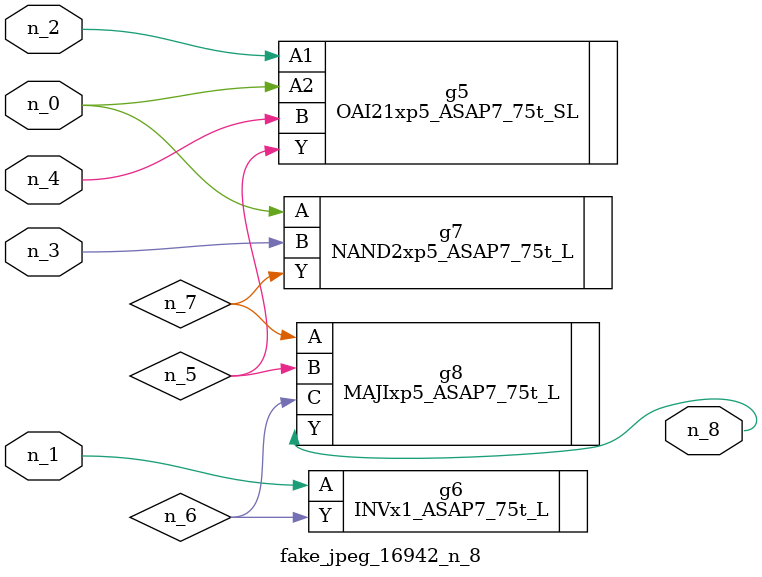
<source format=v>
module fake_jpeg_16942_n_8 (n_3, n_2, n_1, n_0, n_4, n_8);

input n_3;
input n_2;
input n_1;
input n_0;
input n_4;

output n_8;

wire n_6;
wire n_5;
wire n_7;

OAI21xp5_ASAP7_75t_SL g5 ( 
.A1(n_2),
.A2(n_0),
.B(n_4),
.Y(n_5)
);

INVx1_ASAP7_75t_L g6 ( 
.A(n_1),
.Y(n_6)
);

NAND2xp5_ASAP7_75t_L g7 ( 
.A(n_0),
.B(n_3),
.Y(n_7)
);

MAJIxp5_ASAP7_75t_L g8 ( 
.A(n_7),
.B(n_5),
.C(n_6),
.Y(n_8)
);


endmodule
</source>
